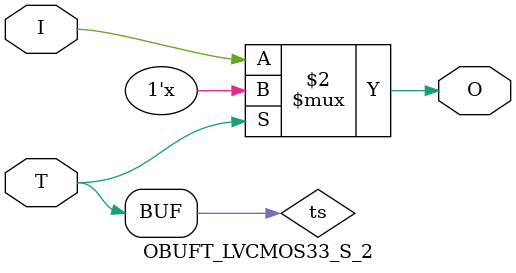
<source format=v>

/*

FUNCTION    : TRI-STATE OUTPUT BUFFER

*/

`celldefine
`timescale  100 ps / 10 ps

module OBUFT_LVCMOS33_S_2 (O, I, T);

    output O;

    input  I, T;

    or O1 (ts, 1'b0, T);
    bufif0 T1 (O, I, ts);

endmodule

</source>
